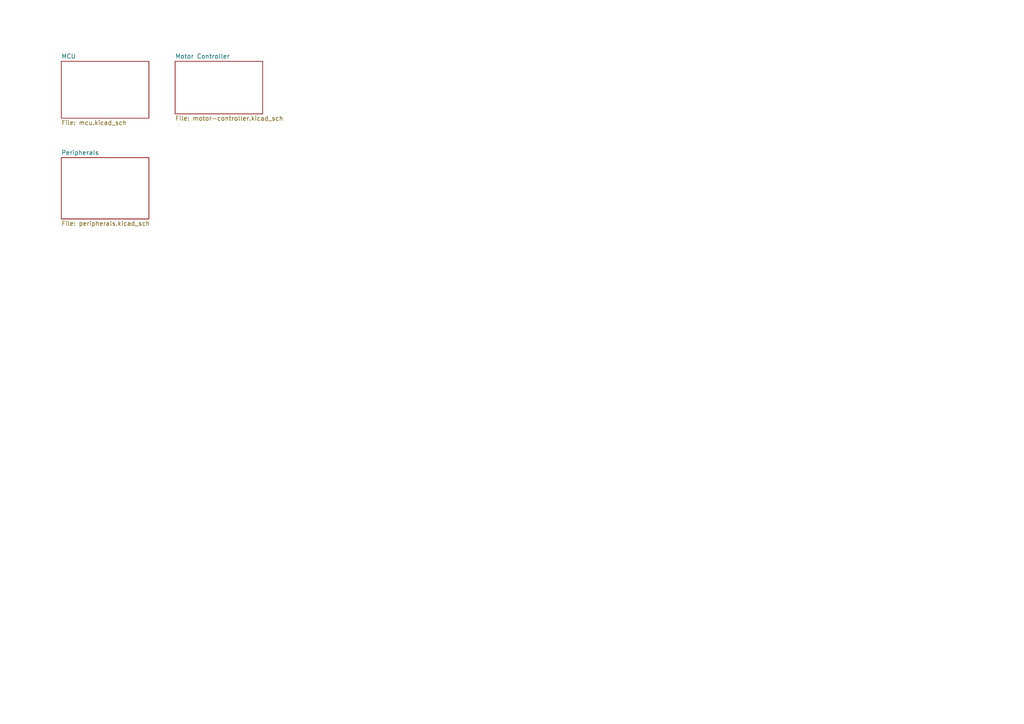
<source format=kicad_sch>
(kicad_sch
	(version 20250114)
	(generator "eeschema")
	(generator_version "9.0")
	(uuid "c0be3de2-9de4-4447-aa6f-537ea5f31aac")
	(paper "A4")
	(title_block
		(title "Astra")
		(company "TheScientist101 and grimsteel")
	)
	(lib_symbols)
	(sheet
		(at 17.78 17.78)
		(size 25.4 16.51)
		(exclude_from_sim no)
		(in_bom yes)
		(on_board yes)
		(dnp no)
		(fields_autoplaced yes)
		(stroke
			(width 0.1524)
			(type solid)
		)
		(fill
			(color 0 0 0 0.0000)
		)
		(uuid "0c8c942c-f992-4664-b7a3-b87cb51e1584")
		(property "Sheetname" "MCU"
			(at 17.78 17.0684 0)
			(effects
				(font
					(size 1.27 1.27)
				)
				(justify left bottom)
			)
		)
		(property "Sheetfile" "mcu.kicad_sch"
			(at 17.78 34.8746 0)
			(effects
				(font
					(size 1.27 1.27)
				)
				(justify left top)
			)
		)
		(instances
			(project "astra"
				(path "/c0be3de2-9de4-4447-aa6f-537ea5f31aac"
					(page "2")
				)
			)
		)
	)
	(sheet
		(at 17.78 45.72)
		(size 25.4 17.78)
		(exclude_from_sim no)
		(in_bom yes)
		(on_board yes)
		(dnp no)
		(fields_autoplaced yes)
		(stroke
			(width 0.1524)
			(type solid)
		)
		(fill
			(color 0 0 0 0.0000)
		)
		(uuid "5121fc52-65c9-43af-86a0-4c1ef24f194e")
		(property "Sheetname" "Peripherals"
			(at 17.78 45.0084 0)
			(effects
				(font
					(size 1.27 1.27)
				)
				(justify left bottom)
			)
		)
		(property "Sheetfile" "peripherals.kicad_sch"
			(at 17.78 64.0846 0)
			(effects
				(font
					(size 1.27 1.27)
				)
				(justify left top)
			)
		)
		(instances
			(project "astra"
				(path "/c0be3de2-9de4-4447-aa6f-537ea5f31aac"
					(page "4")
				)
			)
		)
	)
	(sheet
		(at 50.8 17.78)
		(size 25.4 15.24)
		(exclude_from_sim no)
		(in_bom yes)
		(on_board yes)
		(dnp no)
		(fields_autoplaced yes)
		(stroke
			(width 0.1524)
			(type solid)
		)
		(fill
			(color 0 0 0 0.0000)
		)
		(uuid "91998897-ec5d-48d5-9630-10203f145e94")
		(property "Sheetname" "Motor Controller"
			(at 50.8 17.0684 0)
			(effects
				(font
					(size 1.27 1.27)
				)
				(justify left bottom)
			)
		)
		(property "Sheetfile" "motor-controller.kicad_sch"
			(at 50.8 33.6046 0)
			(effects
				(font
					(size 1.27 1.27)
				)
				(justify left top)
			)
		)
		(instances
			(project "astra"
				(path "/c0be3de2-9de4-4447-aa6f-537ea5f31aac"
					(page "3")
				)
			)
		)
	)
	(sheet_instances
		(path "/"
			(page "1")
		)
	)
	(embedded_fonts no)
)

</source>
